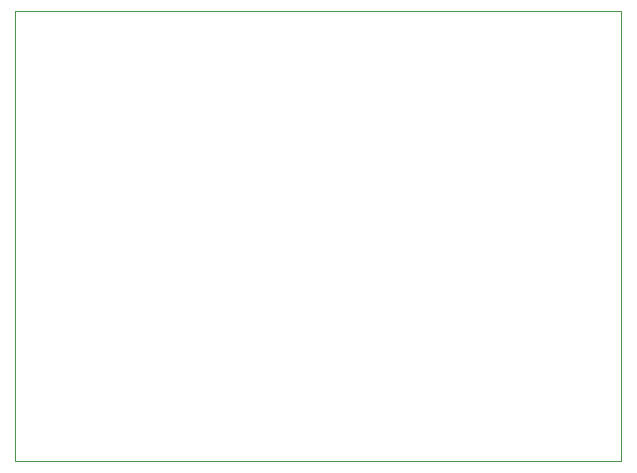
<source format=gbr>
G04 #@! TF.GenerationSoftware,KiCad,Pcbnew,(7.0.0)*
G04 #@! TF.CreationDate,2023-05-27T06:48:24-06:00*
G04 #@! TF.ProjectId,Single Chip,53696e67-6c65-4204-9368-69702e6b6963,rev?*
G04 #@! TF.SameCoordinates,Original*
G04 #@! TF.FileFunction,Profile,NP*
%FSLAX46Y46*%
G04 Gerber Fmt 4.6, Leading zero omitted, Abs format (unit mm)*
G04 Created by KiCad (PCBNEW (7.0.0)) date 2023-05-27 06:48:24*
%MOMM*%
%LPD*%
G01*
G04 APERTURE LIST*
G04 #@! TA.AperFunction,Profile*
%ADD10C,0.050000*%
G04 #@! TD*
G04 APERTURE END LIST*
D10*
X122936000Y-64008000D02*
X122936000Y-101600000D01*
X174244000Y-101600000D02*
X174244000Y-64008000D01*
X122936000Y-63500000D02*
X122936000Y-64008000D01*
X174244000Y-64008000D02*
X174244000Y-63500000D01*
X174244000Y-63500000D02*
X122936000Y-63500000D01*
X122936000Y-101600000D02*
X174244000Y-101600000D01*
M02*

</source>
